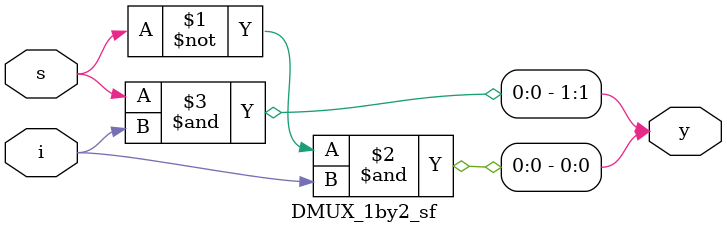
<source format=v>
`timescale 1ns / 1ps


module DMUX_1by2_sf(y,s,i);
input i;
input s;
output [1:0]y;
wire [1:0]y;

and (y[0],(~s),i);
and (y[1],(s),i);

endmodule

</source>
